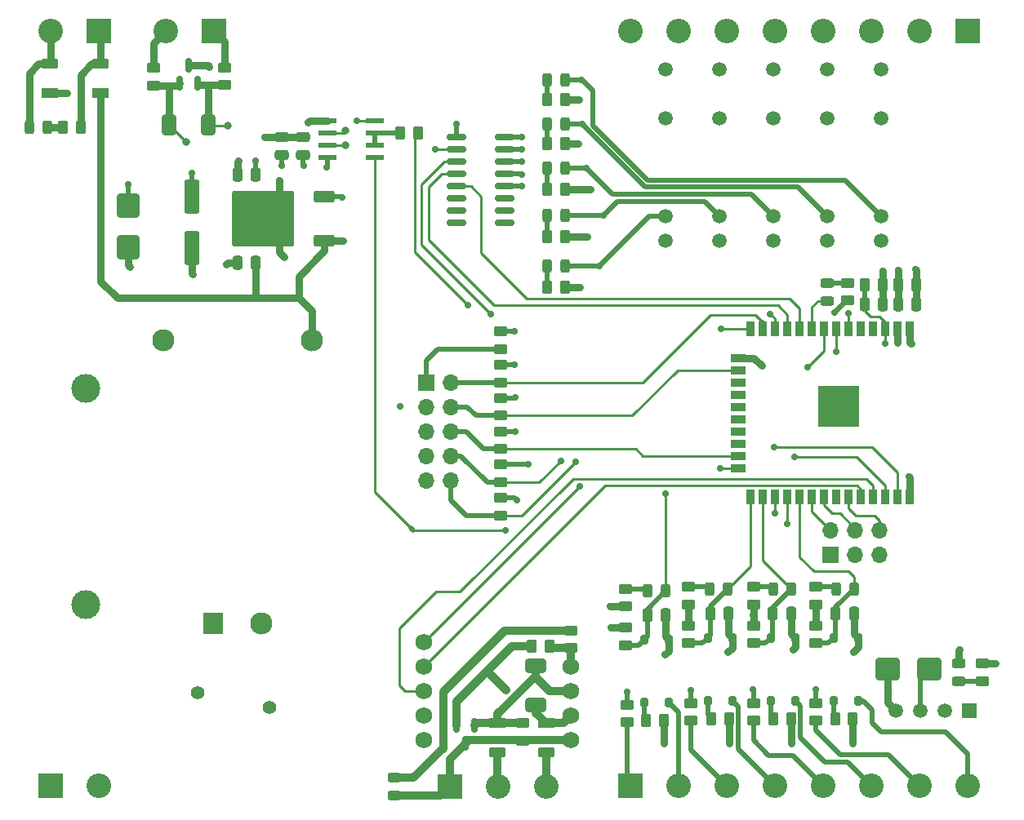
<source format=gbr>
%TF.GenerationSoftware,KiCad,Pcbnew,7.0.5*%
%TF.CreationDate,2023-07-28T21:19:52-04:00*%
%TF.ProjectId,proyecto de cuatrinestre,70726f79-6563-4746-9f20-646520637561,rev?*%
%TF.SameCoordinates,Original*%
%TF.FileFunction,Copper,L1,Top*%
%TF.FilePolarity,Positive*%
%FSLAX46Y46*%
G04 Gerber Fmt 4.6, Leading zero omitted, Abs format (unit mm)*
G04 Created by KiCad (PCBNEW 7.0.5) date 2023-07-28 21:19:52*
%MOMM*%
%LPD*%
G01*
G04 APERTURE LIST*
G04 Aperture macros list*
%AMRoundRect*
0 Rectangle with rounded corners*
0 $1 Rounding radius*
0 $2 $3 $4 $5 $6 $7 $8 $9 X,Y pos of 4 corners*
0 Add a 4 corners polygon primitive as box body*
4,1,4,$2,$3,$4,$5,$6,$7,$8,$9,$2,$3,0*
0 Add four circle primitives for the rounded corners*
1,1,$1+$1,$2,$3*
1,1,$1+$1,$4,$5*
1,1,$1+$1,$6,$7*
1,1,$1+$1,$8,$9*
0 Add four rect primitives between the rounded corners*
20,1,$1+$1,$2,$3,$4,$5,0*
20,1,$1+$1,$4,$5,$6,$7,0*
20,1,$1+$1,$6,$7,$8,$9,0*
20,1,$1+$1,$8,$9,$2,$3,0*%
G04 Aperture macros list end*
%TA.AperFunction,SMDPad,CuDef*%
%ADD10RoundRect,0.150000X-0.150000X0.587500X-0.150000X-0.587500X0.150000X-0.587500X0.150000X0.587500X0*%
%TD*%
%TA.AperFunction,SMDPad,CuDef*%
%ADD11RoundRect,0.150000X0.150000X-0.587500X0.150000X0.587500X-0.150000X0.587500X-0.150000X-0.587500X0*%
%TD*%
%TA.AperFunction,SMDPad,CuDef*%
%ADD12RoundRect,0.150000X-0.825000X-0.150000X0.825000X-0.150000X0.825000X0.150000X-0.825000X0.150000X0*%
%TD*%
%TA.AperFunction,SMDPad,CuDef*%
%ADD13RoundRect,0.243750X0.243750X0.456250X-0.243750X0.456250X-0.243750X-0.456250X0.243750X-0.456250X0*%
%TD*%
%TA.AperFunction,SMDPad,CuDef*%
%ADD14RoundRect,0.250000X0.450000X-0.262500X0.450000X0.262500X-0.450000X0.262500X-0.450000X-0.262500X0*%
%TD*%
%TA.AperFunction,ComponentPad*%
%ADD15R,1.508000X1.508000*%
%TD*%
%TA.AperFunction,ComponentPad*%
%ADD16C,1.508000*%
%TD*%
%TA.AperFunction,SMDPad,CuDef*%
%ADD17RoundRect,0.243750X0.456250X-0.243750X0.456250X0.243750X-0.456250X0.243750X-0.456250X-0.243750X0*%
%TD*%
%TA.AperFunction,ComponentPad*%
%ADD18C,3.000000*%
%TD*%
%TA.AperFunction,SMDPad,CuDef*%
%ADD19RoundRect,0.130800X-0.754200X0.414200X-0.754200X-0.414200X0.754200X-0.414200X0.754200X0.414200X0*%
%TD*%
%TA.AperFunction,SMDPad,CuDef*%
%ADD20RoundRect,0.112800X-0.772200X0.357200X-0.772200X-0.357200X0.772200X-0.357200X0.772200X0.357200X0*%
%TD*%
%TA.AperFunction,SMDPad,CuDef*%
%ADD21R,0.900000X1.500000*%
%TD*%
%TA.AperFunction,SMDPad,CuDef*%
%ADD22R,1.500000X0.900000*%
%TD*%
%TA.AperFunction,SMDPad,CuDef*%
%ADD23R,1.050000X1.050000*%
%TD*%
%TA.AperFunction,HeatsinkPad*%
%ADD24C,0.600000*%
%TD*%
%TA.AperFunction,SMDPad,CuDef*%
%ADD25R,4.200000X4.200000*%
%TD*%
%TA.AperFunction,SMDPad,CuDef*%
%ADD26RoundRect,0.250000X-0.450000X0.262500X-0.450000X-0.262500X0.450000X-0.262500X0.450000X0.262500X0*%
%TD*%
%TA.AperFunction,SMDPad,CuDef*%
%ADD27R,1.981200X0.558800*%
%TD*%
%TA.AperFunction,SMDPad,CuDef*%
%ADD28RoundRect,0.250000X0.262500X0.450000X-0.262500X0.450000X-0.262500X-0.450000X0.262500X-0.450000X0*%
%TD*%
%TA.AperFunction,SMDPad,CuDef*%
%ADD29RoundRect,0.200000X0.200000X-0.300000X0.200000X0.300000X-0.200000X0.300000X-0.200000X-0.300000X0*%
%TD*%
%TA.AperFunction,ComponentPad*%
%ADD30R,2.550000X2.550000*%
%TD*%
%TA.AperFunction,ComponentPad*%
%ADD31C,2.550000*%
%TD*%
%TA.AperFunction,SMDPad,CuDef*%
%ADD32RoundRect,0.250000X-0.250000X-0.475000X0.250000X-0.475000X0.250000X0.475000X-0.250000X0.475000X0*%
%TD*%
%TA.AperFunction,SMDPad,CuDef*%
%ADD33RoundRect,0.380000X-0.720000X0.380000X-0.720000X-0.380000X0.720000X-0.380000X0.720000X0.380000X0*%
%TD*%
%TA.AperFunction,ComponentPad*%
%ADD34R,2.000000X2.300000*%
%TD*%
%TA.AperFunction,ComponentPad*%
%ADD35C,2.300000*%
%TD*%
%TA.AperFunction,SMDPad,CuDef*%
%ADD36RoundRect,0.250000X0.250000X0.475000X-0.250000X0.475000X-0.250000X-0.475000X0.250000X-0.475000X0*%
%TD*%
%TA.AperFunction,ComponentPad*%
%ADD37C,1.500000*%
%TD*%
%TA.AperFunction,ComponentPad*%
%ADD38C,1.750000*%
%TD*%
%TA.AperFunction,ComponentPad*%
%ADD39R,1.700000X1.700000*%
%TD*%
%TA.AperFunction,ComponentPad*%
%ADD40O,1.700000X1.700000*%
%TD*%
%TA.AperFunction,SMDPad,CuDef*%
%ADD41RoundRect,0.250000X-0.262500X-0.450000X0.262500X-0.450000X0.262500X0.450000X-0.262500X0.450000X0*%
%TD*%
%TA.AperFunction,SMDPad,CuDef*%
%ADD42RoundRect,0.250000X0.475000X-0.250000X0.475000X0.250000X-0.475000X0.250000X-0.475000X-0.250000X0*%
%TD*%
%TA.AperFunction,SMDPad,CuDef*%
%ADD43RoundRect,0.130800X0.754200X-0.414200X0.754200X0.414200X-0.754200X0.414200X-0.754200X-0.414200X0*%
%TD*%
%TA.AperFunction,SMDPad,CuDef*%
%ADD44RoundRect,0.112800X0.772200X-0.357200X0.772200X0.357200X-0.772200X0.357200X-0.772200X-0.357200X0*%
%TD*%
%TA.AperFunction,SMDPad,CuDef*%
%ADD45RoundRect,0.250000X0.850000X0.350000X-0.850000X0.350000X-0.850000X-0.350000X0.850000X-0.350000X0*%
%TD*%
%TA.AperFunction,SMDPad,CuDef*%
%ADD46RoundRect,0.250000X1.275000X1.125000X-1.275000X1.125000X-1.275000X-1.125000X1.275000X-1.125000X0*%
%TD*%
%TA.AperFunction,SMDPad,CuDef*%
%ADD47RoundRect,0.249997X2.950003X2.650003X-2.950003X2.650003X-2.950003X-2.650003X2.950003X-2.650003X0*%
%TD*%
%TA.AperFunction,SMDPad,CuDef*%
%ADD48RoundRect,0.243750X-0.456250X0.243750X-0.456250X-0.243750X0.456250X-0.243750X0.456250X0.243750X0*%
%TD*%
%TA.AperFunction,ComponentPad*%
%ADD49C,1.400000*%
%TD*%
%TA.AperFunction,SMDPad,CuDef*%
%ADD50RoundRect,0.250000X-0.550000X1.500000X-0.550000X-1.500000X0.550000X-1.500000X0.550000X1.500000X0*%
%TD*%
%TA.AperFunction,SMDPad,CuDef*%
%ADD51RoundRect,0.250000X-1.000000X-0.900000X1.000000X-0.900000X1.000000X0.900000X-1.000000X0.900000X0*%
%TD*%
%TA.AperFunction,SMDPad,CuDef*%
%ADD52RoundRect,0.380000X-0.380000X-0.720000X0.380000X-0.720000X0.380000X0.720000X-0.380000X0.720000X0*%
%TD*%
%TA.AperFunction,SMDPad,CuDef*%
%ADD53RoundRect,0.243750X-0.243750X-0.456250X0.243750X-0.456250X0.243750X0.456250X-0.243750X0.456250X0*%
%TD*%
%TA.AperFunction,SMDPad,CuDef*%
%ADD54RoundRect,0.250000X-0.900000X1.000000X-0.900000X-1.000000X0.900000X-1.000000X0.900000X1.000000X0*%
%TD*%
%TA.AperFunction,ViaPad*%
%ADD55C,0.700000*%
%TD*%
%TA.AperFunction,ViaPad*%
%ADD56C,0.800000*%
%TD*%
%TA.AperFunction,Conductor*%
%ADD57C,0.800000*%
%TD*%
%TA.AperFunction,Conductor*%
%ADD58C,0.500000*%
%TD*%
%TA.AperFunction,Conductor*%
%ADD59C,0.250000*%
%TD*%
%TA.AperFunction,Conductor*%
%ADD60C,0.850000*%
%TD*%
G04 APERTURE END LIST*
D10*
%TO.P,D11,1,A1*%
%TO.N,Net-(D11-A1)*%
X209000000Y-182125000D03*
%TO.P,D11,2,A2*%
%TO.N,Net-(D11-A2)*%
X207100000Y-182125000D03*
%TO.P,D11,3,common*%
%TO.N,/ROOMLINK/RGND*%
X208050000Y-184000000D03*
%TD*%
D11*
%TO.P,D13,1,A1*%
%TO.N,Net-(D13-A1)*%
X178425000Y-115472500D03*
%TO.P,D13,2,A2*%
%TO.N,Net-(D13-A2)*%
X180325000Y-115472500D03*
%TO.P,D13,3,common*%
%TO.N,GND*%
X179375000Y-113597500D03*
%TD*%
D12*
%TO.P,U6,1,I1*%
%TO.N,/ROOMLINK/CONTROL/RLY_OUT1_MICRO*%
X207162000Y-121085000D03*
%TO.P,U6,2,I2*%
%TO.N,/ROOMLINK/CONTROL/RLY_OUT2_MICRO*%
X207162000Y-122355000D03*
%TO.P,U6,3,I3*%
%TO.N,/ROOMLINK/CONTROL/RLY_FAN3_MICRO*%
X207162000Y-123625000D03*
%TO.P,U6,4,I4*%
%TO.N,/ROOMLINK/CONTROL/RLY_FAN2_MICRO*%
X207162000Y-124895000D03*
%TO.P,U6,5,I5*%
%TO.N,/ROOMLINK/CONTROL/RLY_FAN1_MICRO*%
X207162000Y-126165000D03*
%TO.P,U6,6,I6*%
%TO.N,unconnected-(U6-I6-Pad6)*%
X207162000Y-127435000D03*
%TO.P,U6,7,I7*%
%TO.N,unconnected-(U6-I7-Pad7)*%
X207162000Y-128705000D03*
%TO.P,U6,8,GND*%
%TO.N,unconnected-(U6-GND-Pad8)*%
X207162000Y-129975000D03*
%TO.P,U6,9,COM*%
%TO.N,unconnected-(U6-COM-Pad9)*%
X212112000Y-129975000D03*
%TO.P,U6,10,O7*%
%TO.N,unconnected-(U6-O7-Pad10)*%
X212112000Y-128705000D03*
%TO.P,U6,11,O6*%
%TO.N,unconnected-(U6-O6-Pad11)*%
X212112000Y-127435000D03*
%TO.P,U6,12,O5*%
%TO.N,Net-(D9-K)*%
X212112000Y-126165000D03*
%TO.P,U6,13,O4*%
%TO.N,Net-(D8-K)*%
X212112000Y-124895000D03*
%TO.P,U6,14,O3*%
%TO.N,Net-(D7-K)*%
X212112000Y-123625000D03*
%TO.P,U6,15,O2*%
%TO.N,Net-(D6-K)*%
X212112000Y-122355000D03*
%TO.P,U6,16,O1*%
%TO.N,Net-(D5-K)*%
X212112000Y-121085000D03*
%TD*%
D13*
%TO.P,D8,1,K*%
%TO.N,Net-(D8-K)*%
X218405000Y-129204000D03*
%TO.P,D8,2,A*%
%TO.N,Net-(D8-A)*%
X216530000Y-129204000D03*
%TD*%
D14*
%TO.P,R32,1*%
%TO.N,nRESET*%
X211734400Y-160321000D03*
%TO.P,R32,2*%
%TO.N,VDD*%
X211734400Y-158496000D03*
%TD*%
D15*
%TO.P,U16,1,IN-*%
%TO.N,GND*%
X260302500Y-180600000D03*
D16*
%TO.P,U16,2,IN+*%
%TO.N,VDD*%
X257762500Y-180600000D03*
%TO.P,U16,3,OUT-*%
%TO.N,GNDA*%
X255222500Y-180600000D03*
%TO.P,U16,4,OUT+*%
%TO.N,+3V3*%
X252682500Y-180600000D03*
%TD*%
D17*
%TO.P,D12,1,K*%
%TO.N,Net-(D12-K)*%
X245550000Y-138073600D03*
%TO.P,D12,2,A*%
%TO.N,Net-(D12-A)*%
X245550000Y-136198600D03*
%TD*%
D18*
%TO.P,F3,1*%
%TO.N,Net-(PS1-AC{slash}N)*%
X168710000Y-147100000D03*
%TO.P,F3,2*%
%TO.N,/ROOMLINK/CON-L1*%
X168710000Y-169600000D03*
%TD*%
D19*
%TO.P,F2,1*%
%TO.N,Net-(D11-A2)*%
X216400000Y-181885000D03*
D20*
%TO.P,F2,2*%
%TO.N,/ROOMLINK/CON-A-*%
X216400000Y-184890000D03*
%TD*%
D21*
%TO.P,U17,1,GND*%
%TO.N,GND*%
X254130000Y-140920000D03*
%TO.P,U17,2,VDD*%
%TO.N,VDD*%
X252860000Y-140920000D03*
%TO.P,U17,3,EN*%
%TO.N,nRESET*%
X251590000Y-140920000D03*
%TO.P,U17,4,SENSOR_VP*%
%TO.N,unconnected-(U17-SENSOR_VP-Pad4)*%
X250320000Y-140920000D03*
%TO.P,U17,5,SENSOR_VN*%
%TO.N,unconnected-(U17-SENSOR_VN-Pad5)*%
X249050000Y-140920000D03*
%TO.P,U17,6,IO34*%
%TO.N,/ROOMLINK/CONTROL/COM_RS485_LCD*%
X247780000Y-140920000D03*
%TO.P,U17,7,IO35*%
%TO.N,/ROOMLINK/CONTROL/CON_RS485_eXT*%
X246510000Y-140920000D03*
%TO.P,U17,8,IO32*%
%TO.N,Net-(J7-Pin_3)*%
X245240000Y-140920000D03*
%TO.P,U17,9,IO33*%
%TO.N,Net-(D12-K)*%
X243970000Y-140920000D03*
%TO.P,U17,10,IO25*%
%TO.N,/ROOMLINK/CONTROL/RLY_FAN1_MICRO*%
X242700000Y-140920000D03*
%TO.P,U17,11,IO26*%
%TO.N,/ROOMLINK/CONTROL/RLY_FAN2_MICRO*%
X241430000Y-140920000D03*
%TO.P,U17,12,IO27*%
%TO.N,/ROOMLINK/CONTROL/RLY_FAN3_MICRO*%
X240160000Y-140920000D03*
%TO.P,U17,13,IO14*%
%TO.N,TMS*%
X238890000Y-140920000D03*
%TO.P,U17,14,IO12*%
%TO.N,TDI*%
X237620000Y-140920000D03*
D22*
%TO.P,U17,15,GND*%
%TO.N,GND*%
X236370000Y-143960000D03*
%TO.P,U17,16,IO13*%
%TO.N,TCK*%
X236370000Y-145230000D03*
%TO.P,U17,17,SHD/SD2*%
%TO.N,unconnected-(U17-SHD{slash}SD2-Pad17)*%
X236370000Y-146500000D03*
%TO.P,U17,18,SWP/SD3*%
%TO.N,unconnected-(U17-SWP{slash}SD3-Pad18)*%
X236370000Y-147770000D03*
%TO.P,U17,19,SCS/CMD*%
%TO.N,unconnected-(U17-SCS{slash}CMD-Pad19)*%
X236370000Y-149040000D03*
%TO.P,U17,20,SCK/CLK*%
%TO.N,unconnected-(U17-SCK{slash}CLK-Pad20)*%
X236370000Y-150310000D03*
%TO.P,U17,21,SDO/SD0*%
%TO.N,unconnected-(U17-SDO{slash}SD0-Pad21)*%
X236370000Y-151580000D03*
%TO.P,U17,22,SDI/SD1*%
%TO.N,unconnected-(U17-SDI{slash}SD1-Pad22)*%
X236370000Y-152850000D03*
%TO.P,U17,23,IO15*%
%TO.N,TDO*%
X236370000Y-154120000D03*
%TO.P,U17,24,IO2*%
%TO.N,/ROOMLINK/CONTROL/INPUT_4_MICRO*%
X236370000Y-155390000D03*
D21*
%TO.P,U17,25,IO0*%
%TO.N,/ROOMLINK/CONTROL/INPUT_3_MICRO*%
X237620000Y-158420000D03*
%TO.P,U17,26,IO4*%
%TO.N,/ROOMLINK/CONTROL/INPUT_2_MICRO*%
X238890000Y-158420000D03*
%TO.P,U17,27,IO16*%
%TO.N,/ROOMLINK/CONTROL/Rx_RS485_lcd*%
X240160000Y-158420000D03*
%TO.P,U17,28,IO17*%
%TO.N,/ROOMLINK/CONTROL/Tx_RS485_LCD*%
X241430000Y-158420000D03*
%TO.P,U17,29,IO5*%
%TO.N,/ROOMLINK/CONTROL/INPUT_1_MICRO*%
X242700000Y-158420000D03*
%TO.P,U17,30,IO18*%
%TO.N,Net-(J7-Pin_2)*%
X243970000Y-158420000D03*
%TO.P,U17,31,IO19*%
%TO.N,Net-(J7-Pin_4)*%
X245240000Y-158420000D03*
%TO.P,U17,32,NC*%
%TO.N,unconnected-(U17-NC-Pad32)*%
X246510000Y-158420000D03*
%TO.P,U17,33,IO21*%
%TO.N,Net-(J7-Pin_6)*%
X247780000Y-158420000D03*
%TO.P,U17,34,RXD0/IO3*%
%TO.N,/ROOMLINK/CONTROL/Rx_RS485_eXT*%
X249050000Y-158420000D03*
%TO.P,U17,35,TXD0/IO1*%
%TO.N,/ROOMLINK/CONTROL/Tx_RS485_eXT*%
X250320000Y-158420000D03*
%TO.P,U17,36,IO22*%
%TO.N,/ROOMLINK/CONTROL/RLY_OUT1_MICRO*%
X251590000Y-158420000D03*
%TO.P,U17,37,IO23*%
%TO.N,/ROOMLINK/CONTROL/RLY_OUT2_MICRO*%
X252860000Y-158420000D03*
%TO.P,U17,38,GND*%
%TO.N,GND*%
X254130000Y-158420000D03*
D23*
%TO.P,U17,39,GND*%
X248315000Y-147465000D03*
D24*
X247552500Y-147465000D03*
D23*
X246790000Y-147465000D03*
D24*
X246027500Y-147465000D03*
D23*
X245265000Y-147465000D03*
D24*
X248315000Y-148227500D03*
X246790000Y-148227500D03*
X245265000Y-148227500D03*
D23*
X248315000Y-148990000D03*
D24*
X247552500Y-148990000D03*
D23*
X246790000Y-148990000D03*
D25*
X246790000Y-148990000D03*
D24*
X246027500Y-148990000D03*
D23*
X245265000Y-148990000D03*
D24*
X248315000Y-149752500D03*
X246790000Y-149752500D03*
X245265000Y-149752500D03*
D23*
X248315000Y-150515000D03*
D24*
X247552500Y-150515000D03*
D23*
X246790000Y-150515000D03*
D24*
X246027500Y-150515000D03*
D23*
X245265000Y-150515000D03*
%TD*%
D26*
%TO.P,R47,1*%
%TO.N,VDD*%
X261680000Y-175662500D03*
%TO.P,R47,2*%
%TO.N,Net-(D16-A)*%
X261680000Y-177487500D03*
%TD*%
%TO.P,R39,1*%
%TO.N,Net-(D12-A)*%
X247650000Y-136198600D03*
%TO.P,R39,2*%
%TO.N,VDD*%
X247650000Y-138023600D03*
%TD*%
D14*
%TO.P,R44,1*%
%TO.N,Net-(D13-A1)*%
X175750000Y-115687500D03*
%TO.P,R44,2*%
%TO.N,/ROOMLINK/CON-LCDB+*%
X175750000Y-113862500D03*
%TD*%
D27*
%TO.P,U13,1,RO*%
%TO.N,/ROOMLINK/CONTROL/Tx_RS485_LCD*%
X198636200Y-123190000D03*
%TO.P,U13,2,~RE*%
%TO.N,Net-(U13-DE)*%
X198636200Y-121920000D03*
%TO.P,U13,3,DE*%
X198636200Y-120650000D03*
%TO.P,U13,4,DI*%
%TO.N,/ROOMLINK/CONTROL/Rx_RS485_lcd*%
X198636200Y-119380000D03*
%TO.P,U13,5,GND*%
%TO.N,GND*%
X193708600Y-119380000D03*
%TO.P,U13,6,A*%
%TO.N,Net-(D13-A2)*%
X193708600Y-120650000D03*
%TO.P,U13,7,B*%
%TO.N,Net-(D13-A1)*%
X193708600Y-121920000D03*
%TO.P,U13,8,VCC*%
%TO.N,VDD*%
X193708600Y-123190000D03*
%TD*%
D26*
%TO.P,R12,1*%
%TO.N,GNDA*%
X231400000Y-179775000D03*
%TO.P,R12,2*%
%TO.N,/ROOMLINK/CON-IN3-*%
X231400000Y-181600000D03*
%TD*%
D13*
%TO.P,D6,1,K*%
%TO.N,Net-(D6-K)*%
X218405000Y-119720000D03*
%TO.P,D6,2,A*%
%TO.N,Net-(D6-A)*%
X216530000Y-119720000D03*
%TD*%
D28*
%TO.P,R3,1*%
%TO.N,+3V3*%
X241825000Y-181417500D03*
%TO.P,R3,2*%
%TO.N,Net-(R3-Pad2)*%
X240000000Y-181417500D03*
%TD*%
D14*
%TO.P,R23,1*%
%TO.N,/ROOMLINK/RGND*%
X214000000Y-183700000D03*
%TO.P,R23,2*%
%TO.N,Net-(D11-A1)*%
X214000000Y-181875000D03*
%TD*%
D26*
%TO.P,R2,1*%
%TO.N,GNDA*%
X244400000Y-179775000D03*
%TO.P,R2,2*%
%TO.N,/ROOMLINK/CON-IN1-*%
X244400000Y-181600000D03*
%TD*%
D29*
%TO.P,U3,1*%
%TO.N,Net-(R3-Pad2)*%
X239712500Y-179532500D03*
%TO.P,U3,2*%
%TO.N,/ROOMLINK/CON-IN2+*%
X242252500Y-179532500D03*
%TO.P,U3,3*%
%TO.N,GND*%
X242252500Y-173032500D03*
%TO.P,U3,4*%
%TO.N,/ROOMLINK/CONTROL/INPUT_2_MICRO*%
X239712500Y-173032500D03*
%TD*%
D14*
%TO.P,R7,1*%
%TO.N,VDD*%
X244400000Y-169550000D03*
%TO.P,R7,2*%
%TO.N,Net-(D1-A)*%
X244400000Y-167725000D03*
%TD*%
D30*
%TO.P,J4,1,Pin_1*%
%TO.N,/ROOMLINK/RGND*%
X206408000Y-188468000D03*
D31*
%TO.P,J4,2,Pin_2*%
%TO.N,/ROOMLINK/CON-B+*%
X211408000Y-188468000D03*
%TO.P,J4,3,Pin_3*%
%TO.N,/ROOMLINK/CON-A-*%
X216408000Y-188468000D03*
%TD*%
D32*
%TO.P,C1,1*%
%TO.N,/ROOMLINK/CONTROL/INPUT_1_MICRO*%
X246450000Y-170492500D03*
%TO.P,C1,2*%
%TO.N,GND*%
X248350000Y-170492500D03*
%TD*%
%TO.P,C12,1*%
%TO.N,VDD*%
X252930000Y-138400000D03*
%TO.P,C12,2*%
%TO.N,GND*%
X254830000Y-138400000D03*
%TD*%
D14*
%TO.P,R30,1*%
%TO.N,TDO*%
X211734400Y-153412200D03*
%TO.P,R30,2*%
%TO.N,VDD*%
X211734400Y-151587200D03*
%TD*%
D28*
%TO.P,R45,1*%
%TO.N,/ROOMLINK/CON-DC+*%
X168162500Y-120000000D03*
%TO.P,R45,2*%
%TO.N,Net-(D14-A)*%
X166337500Y-120000000D03*
%TD*%
D33*
%TO.P,U12,1*%
%TO.N,Net-(D11-A1)*%
X215350000Y-175880000D03*
%TO.P,U12,2*%
%TO.N,Net-(D11-A2)*%
X215350000Y-179950000D03*
%TD*%
D34*
%TO.P,PS1,1,AC/L*%
%TO.N,/ROOMLINK/CON-NEUT*%
X181900000Y-171550000D03*
D35*
%TO.P,PS1,2,AC/N*%
%TO.N,Net-(PS1-AC{slash}N)*%
X186900000Y-171550000D03*
%TO.P,PS1,3,-Vout*%
%TO.N,GND*%
X176700000Y-142150000D03*
%TO.P,PS1,4,+Vout*%
%TO.N,+12V*%
X192100000Y-142150000D03*
%TD*%
D29*
%TO.P,U2,1*%
%TO.N,Net-(R1-Pad2)*%
X246200000Y-179532500D03*
%TO.P,U2,2*%
%TO.N,/ROOMLINK/CON-IN1+*%
X248740000Y-179532500D03*
%TO.P,U2,3*%
%TO.N,GND*%
X248740000Y-173032500D03*
%TO.P,U2,4*%
%TO.N,/ROOMLINK/CONTROL/INPUT_1_MICRO*%
X246200000Y-173032500D03*
%TD*%
D30*
%TO.P,J1,1,Pin_1*%
%TO.N,/ROOMLINK/CON-L1*%
X165040000Y-188380000D03*
D31*
%TO.P,J1,2,Pin_2*%
%TO.N,/ROOMLINK/CON-NEUT*%
X170040000Y-188380000D03*
%TD*%
D36*
%TO.P,C9,1*%
%TO.N,+12V*%
X186295000Y-134099000D03*
%TO.P,C9,2*%
%TO.N,GND*%
X184395000Y-134099000D03*
%TD*%
D37*
%TO.P,U8,1*%
%TO.N,+12V*%
X251180000Y-131810000D03*
%TO.P,U8,2*%
%TO.N,Net-(D5-K)*%
X251180000Y-129270000D03*
%TO.P,U8,3*%
%TO.N,/ROOMLINK/CON-OUT2A*%
X251180000Y-119110000D03*
%TO.P,U8,4*%
%TO.N,/ROOMLINK/CON-OUT2B*%
X251180000Y-114030000D03*
%TD*%
D14*
%TO.P,R29,1*%
%TO.N,TCK*%
X211734400Y-149957800D03*
%TO.P,R29,2*%
%TO.N,VDD*%
X211734400Y-148132800D03*
%TD*%
D30*
%TO.P,J2,1,Pin_1*%
%TO.N,/ROOMLINK/CON-DC+*%
X170030000Y-110087500D03*
D31*
%TO.P,J2,2,Pin_2*%
%TO.N,/ROOMLINK/CON-DC-*%
X165030000Y-110087500D03*
%TD*%
D14*
%TO.P,R28,1*%
%TO.N,TMS*%
X211734400Y-146503400D03*
%TO.P,R28,2*%
%TO.N,VDD*%
X211734400Y-144678400D03*
%TD*%
D32*
%TO.P,C13,1*%
%TO.N,VDD*%
X252930000Y-136370000D03*
%TO.P,C13,2*%
%TO.N,GND*%
X254830000Y-136370000D03*
%TD*%
D38*
%TO.P,U1,1,Vcc*%
%TO.N,VDD*%
X203747000Y-183618000D03*
%TO.P,U1,2,GND*%
%TO.N,GND*%
X203747000Y-181078000D03*
%TO.P,U1,3,TXD*%
%TO.N,/ROOMLINK/CONTROL/Tx_RS485_eXT*%
X203747000Y-178538000D03*
%TO.P,U1,4,RXD*%
%TO.N,/ROOMLINK/CONTROL/Rx_RS485_eXT*%
X203747000Y-175998000D03*
%TO.P,U1,5,CON*%
%TO.N,/ROOMLINK/CONTROL/CON_RS485_eXT*%
X203747000Y-173458000D03*
%TO.P,U1,7,Vo*%
%TO.N,Net-(U1-Vo)*%
X218987000Y-175998000D03*
%TO.P,U1,8,B*%
%TO.N,Net-(D11-A1)*%
X218987000Y-178538000D03*
%TO.P,U1,9,A*%
%TO.N,Net-(D11-A2)*%
X218987000Y-181078000D03*
%TO.P,U1,10,RGND*%
%TO.N,/ROOMLINK/RGND*%
X218987000Y-183618000D03*
%TD*%
D37*
%TO.P,U11,1*%
%TO.N,+12V*%
X239970000Y-131810000D03*
%TO.P,U11,2*%
%TO.N,Net-(D7-K)*%
X239970000Y-129270000D03*
%TO.P,U11,3*%
%TO.N,/ROOMLINK/CON-FAN-C*%
X239970000Y-119110000D03*
%TO.P,U11,4*%
%TO.N,/ROOMLINK/CON-FAN3*%
X239970000Y-114030000D03*
%TD*%
D29*
%TO.P,U4,1*%
%TO.N,Net-(R9-Pad2)*%
X226592500Y-179732500D03*
%TO.P,U4,2*%
%TO.N,/ROOMLINK/CON-IN4+*%
X229132500Y-179732500D03*
%TO.P,U4,3*%
%TO.N,GND*%
X229132500Y-173232500D03*
%TO.P,U4,4*%
%TO.N,/ROOMLINK/CONTROL/INPUT_4_MICRO*%
X226592500Y-173232500D03*
%TD*%
D13*
%TO.P,D3,1,K*%
%TO.N,/ROOMLINK/CONTROL/INPUT_4_MICRO*%
X228800000Y-168152500D03*
%TO.P,D3,2,A*%
%TO.N,Net-(D3-A)*%
X226925000Y-168152500D03*
%TD*%
D32*
%TO.P,C2,1*%
%TO.N,/ROOMLINK/CONTROL/INPUT_2_MICRO*%
X239912500Y-170492500D03*
%TO.P,C2,2*%
%TO.N,GND*%
X241812500Y-170492500D03*
%TD*%
D39*
%TO.P,J8,1,VTRef*%
%TO.N,Net-(J8-VTRef)*%
X203962000Y-146507200D03*
D40*
%TO.P,J8,2,TMS*%
%TO.N,TMS*%
X206502000Y-146507200D03*
%TO.P,J8,3,GND*%
%TO.N,GND*%
X203962000Y-149047200D03*
%TO.P,J8,4,TCK*%
%TO.N,TCK*%
X206502000Y-149047200D03*
%TO.P,J8,5*%
%TO.N,unconnected-(J8-Pad5)*%
X203962000Y-151587200D03*
%TO.P,J8,6,TDO*%
%TO.N,TDO*%
X206502000Y-151587200D03*
%TO.P,J8,7*%
%TO.N,unconnected-(J8-Pad7)*%
X203962000Y-154127200D03*
%TO.P,J8,8,TDI*%
%TO.N,TDI*%
X206502000Y-154127200D03*
%TO.P,J8,9,GNDDetect*%
%TO.N,GND*%
X203962000Y-156667200D03*
%TO.P,J8,10,nRESET*%
%TO.N,nRESET*%
X206502000Y-156667200D03*
%TD*%
D36*
%TO.P,C10,1*%
%TO.N,VDD*%
X186295000Y-124969000D03*
%TO.P,C10,2*%
%TO.N,GND*%
X184395000Y-124969000D03*
%TD*%
D41*
%TO.P,R33,1*%
%TO.N,nRESET*%
X249495000Y-136410000D03*
%TO.P,R33,2*%
%TO.N,VDD*%
X251320000Y-136410000D03*
%TD*%
%TO.P,R17,1*%
%TO.N,Net-(D5-A)*%
X216555000Y-117180000D03*
%TO.P,R17,2*%
%TO.N,+12V*%
X218380000Y-117180000D03*
%TD*%
D17*
%TO.P,D10,1,K*%
%TO.N,/ROOMLINK/RGND*%
X200660000Y-189405500D03*
%TO.P,D10,2,A*%
%TO.N,Net-(D10-A)*%
X200660000Y-187530500D03*
%TD*%
D37*
%TO.P,U7,1*%
%TO.N,+12V*%
X245575000Y-131810000D03*
%TO.P,U7,2*%
%TO.N,Net-(D6-K)*%
X245575000Y-129270000D03*
%TO.P,U7,3*%
%TO.N,/ROOMLINK/CON-OUT1A*%
X245575000Y-119110000D03*
%TO.P,U7,4*%
%TO.N,/ROOMLINK/CON-OUT1B*%
X245575000Y-114030000D03*
%TD*%
D14*
%TO.P,R43,1*%
%TO.N,Net-(D13-A2)*%
X183050000Y-115662500D03*
%TO.P,R43,2*%
%TO.N,/ROOMLINK/CON-LCDA-*%
X183050000Y-113837500D03*
%TD*%
D30*
%TO.P,J5,1,Pin_1*%
%TO.N,/ROOMLINK/CON-OUT2A*%
X260150000Y-110087500D03*
D31*
%TO.P,J5,2,Pin_2*%
%TO.N,/ROOMLINK/CON-OUT2B*%
X255150000Y-110087500D03*
%TO.P,J5,3,Pin_3*%
%TO.N,/ROOMLINK/CON-OUT1A*%
X250150000Y-110087500D03*
%TO.P,J5,4,Pin_4*%
%TO.N,/ROOMLINK/CON-OUT1B*%
X245150000Y-110087500D03*
%TO.P,J5,5,Pin_5*%
%TO.N,/ROOMLINK/CON-FAN3*%
X240150000Y-110087500D03*
%TO.P,J5,6,Pin_6*%
%TO.N,/ROOMLINK/CON-FAN2*%
X235150000Y-110087500D03*
%TO.P,J5,7,Pin_7*%
%TO.N,/ROOMLINK/CON-FAN1*%
X230150000Y-110087500D03*
%TO.P,J5,8,Pin_8*%
%TO.N,/ROOMLINK/CON-FAN-C*%
X225150000Y-110087500D03*
%TD*%
D28*
%TO.P,R1,1*%
%TO.N,+3V3*%
X248200000Y-181417500D03*
%TO.P,R1,2*%
%TO.N,Net-(R1-Pad2)*%
X246375000Y-181417500D03*
%TD*%
D14*
%TO.P,R16,1*%
%TO.N,VDD*%
X231200000Y-169550000D03*
%TO.P,R16,2*%
%TO.N,Net-(D4-A)*%
X231200000Y-167725000D03*
%TD*%
D41*
%TO.P,R20,1*%
%TO.N,Net-(D8-A)*%
X216555000Y-131404000D03*
%TO.P,R20,2*%
%TO.N,+12V*%
X218380000Y-131404000D03*
%TD*%
D42*
%TO.P,C7,1*%
%TO.N,VDD*%
X189014400Y-122926000D03*
%TO.P,C7,2*%
%TO.N,GND*%
X189014400Y-121026000D03*
%TD*%
D13*
%TO.P,D4,1,K*%
%TO.N,/ROOMLINK/CONTROL/INPUT_3_MICRO*%
X235275000Y-167952500D03*
%TO.P,D4,2,A*%
%TO.N,Net-(D4-A)*%
X233400000Y-167952500D03*
%TD*%
D26*
%TO.P,R6,1*%
%TO.N,VDD*%
X237912500Y-171762500D03*
%TO.P,R6,2*%
%TO.N,/ROOMLINK/CONTROL/INPUT_2_MICRO*%
X237912500Y-173587500D03*
%TD*%
D37*
%TO.P,U9,1*%
%TO.N,+12V*%
X228760000Y-131810000D03*
%TO.P,U9,2*%
%TO.N,Net-(D9-K)*%
X228760000Y-129270000D03*
%TO.P,U9,3*%
%TO.N,/ROOMLINK/CON-FAN-C*%
X228760000Y-119110000D03*
%TO.P,U9,4*%
%TO.N,/ROOMLINK/CON-FAN1*%
X228760000Y-114030000D03*
%TD*%
D29*
%TO.P,U5,1*%
%TO.N,Net-(R11-Pad2)*%
X233187500Y-179532500D03*
%TO.P,U5,2*%
%TO.N,/ROOMLINK/CON-IN3+*%
X235727500Y-179532500D03*
%TO.P,U5,3*%
%TO.N,GND*%
X235727500Y-173032500D03*
%TO.P,U5,4*%
%TO.N,/ROOMLINK/CONTROL/INPUT_3_MICRO*%
X233187500Y-173032500D03*
%TD*%
D28*
%TO.P,R11,1*%
%TO.N,+3V3*%
X235400000Y-181417500D03*
%TO.P,R11,2*%
%TO.N,Net-(R11-Pad2)*%
X233575000Y-181417500D03*
%TD*%
D43*
%TO.P,F5,1*%
%TO.N,GND*%
X165000000Y-116465000D03*
D44*
%TO.P,F5,2*%
%TO.N,/ROOMLINK/CON-DC-*%
X165000000Y-113460000D03*
%TD*%
D13*
%TO.P,D1,1,K*%
%TO.N,/ROOMLINK/CONTROL/INPUT_1_MICRO*%
X248337500Y-167952500D03*
%TO.P,D1,2,A*%
%TO.N,Net-(D1-A)*%
X246462500Y-167952500D03*
%TD*%
D39*
%TO.P,J7,1,Pin_1*%
%TO.N,VDD*%
X245922800Y-164388800D03*
D40*
%TO.P,J7,2,Pin_2*%
%TO.N,Net-(J7-Pin_2)*%
X245922800Y-161848800D03*
%TO.P,J7,3,Pin_3*%
%TO.N,Net-(J7-Pin_3)*%
X248462800Y-164388800D03*
%TO.P,J7,4,Pin_4*%
%TO.N,Net-(J7-Pin_4)*%
X248462800Y-161848800D03*
%TO.P,J7,5,Pin_5*%
%TO.N,GND*%
X251002800Y-164388800D03*
%TO.P,J7,6,Pin_6*%
%TO.N,Net-(J7-Pin_6)*%
X251002800Y-161848800D03*
%TD*%
D28*
%TO.P,R22,1*%
%TO.N,Net-(U1-Vo)*%
X216762500Y-173865000D03*
%TO.P,R22,2*%
%TO.N,Net-(D11-A2)*%
X214937500Y-173865000D03*
%TD*%
D45*
%TO.P,U15,3,Vout*%
%TO.N,VDD*%
X193395000Y-127259000D03*
D46*
%TO.P,U15,2,GND*%
%TO.N,GND*%
X185420000Y-128014000D03*
X185420000Y-131064000D03*
D47*
X187095000Y-129539000D03*
D46*
X188770000Y-128014000D03*
X188770000Y-131064000D03*
D45*
%TO.P,U15,1,Vin*%
%TO.N,+12V*%
X193395000Y-131819000D03*
%TD*%
D48*
%TO.P,D16,1,K*%
%TO.N,GND*%
X259175000Y-175637500D03*
%TO.P,D16,2,A*%
%TO.N,Net-(D16-A)*%
X259175000Y-177512500D03*
%TD*%
D14*
%TO.P,R8,1*%
%TO.N,VDD*%
X237912500Y-169550000D03*
%TO.P,R8,2*%
%TO.N,Net-(D2-A)*%
X237912500Y-167725000D03*
%TD*%
D30*
%TO.P,J6,1,Pin_1*%
%TO.N,/ROOMLINK/CON-IN4-*%
X225150000Y-188380000D03*
D31*
%TO.P,J6,2,Pin_2*%
%TO.N,/ROOMLINK/CON-IN4+*%
X230150000Y-188380000D03*
%TO.P,J6,3,Pin_3*%
%TO.N,/ROOMLINK/CON-IN3-*%
X235150000Y-188380000D03*
%TO.P,J6,4,Pin_4*%
%TO.N,/ROOMLINK/CON-IN3+*%
X240150000Y-188380000D03*
%TO.P,J6,5,Pin_5*%
%TO.N,/ROOMLINK/CON-IN2-*%
X245150000Y-188380000D03*
%TO.P,J6,6,Pin_6*%
%TO.N,/ROOMLINK/CON-IN2+*%
X250150000Y-188380000D03*
%TO.P,J6,7,Pin_7*%
%TO.N,/ROOMLINK/CON-IN1-*%
X255150000Y-188380000D03*
%TO.P,J6,8,Pin_8*%
%TO.N,/ROOMLINK/CON-IN1+*%
X260150000Y-188380000D03*
%TD*%
D41*
%TO.P,R21,1*%
%TO.N,Net-(D9-A)*%
X216555000Y-136652000D03*
%TO.P,R21,2*%
%TO.N,+12V*%
X218380000Y-136652000D03*
%TD*%
%TO.P,R19,1*%
%TO.N,Net-(D7-A)*%
X216555000Y-126492000D03*
%TO.P,R19,2*%
%TO.N,+12V*%
X218380000Y-126492000D03*
%TD*%
D14*
%TO.P,R27,1*%
%TO.N,Net-(J8-VTRef)*%
X211734400Y-143049000D03*
%TO.P,R27,2*%
%TO.N,VDD*%
X211734400Y-141224000D03*
%TD*%
D49*
%TO.P,RV1,1*%
%TO.N,/ROOMLINK/CON-NEUT*%
X180250000Y-178700000D03*
%TO.P,RV1,2*%
%TO.N,Net-(PS1-AC{slash}N)*%
X187750000Y-180200000D03*
%TD*%
D42*
%TO.P,C8,1*%
%TO.N,VDD*%
X191244400Y-122936000D03*
%TO.P,C8,2*%
%TO.N,GND*%
X191244400Y-121036000D03*
%TD*%
D26*
%TO.P,R5,1*%
%TO.N,VDD*%
X244400000Y-171762500D03*
%TO.P,R5,2*%
%TO.N,/ROOMLINK/CONTROL/INPUT_1_MICRO*%
X244400000Y-173587500D03*
%TD*%
D43*
%TO.P,F4,1*%
%TO.N,+12V*%
X170250000Y-116465000D03*
D44*
%TO.P,F4,2*%
%TO.N,/ROOMLINK/CON-DC+*%
X170250000Y-113460000D03*
%TD*%
D30*
%TO.P,J3,1,Pin_1*%
%TO.N,/ROOMLINK/CON-LCDA-*%
X182000000Y-110087500D03*
D31*
%TO.P,J3,2,Pin_2*%
%TO.N,/ROOMLINK/CON-LCDB+*%
X177000000Y-110087500D03*
%TD*%
D28*
%TO.P,R9,1*%
%TO.N,+3V3*%
X228600000Y-181617500D03*
%TO.P,R9,2*%
%TO.N,Net-(R9-Pad2)*%
X226775000Y-181617500D03*
%TD*%
D50*
%TO.P,C11,1*%
%TO.N,VDD*%
X179695000Y-127199000D03*
%TO.P,C11,2*%
%TO.N,GND*%
X179695000Y-132599000D03*
%TD*%
D26*
%TO.P,R4,1*%
%TO.N,GNDA*%
X237912500Y-179775000D03*
%TO.P,R4,2*%
%TO.N,/ROOMLINK/CON-IN2-*%
X237912500Y-181600000D03*
%TD*%
%TO.P,R14,1*%
%TO.N,VDD*%
X231200000Y-171762500D03*
%TO.P,R14,2*%
%TO.N,/ROOMLINK/CONTROL/INPUT_3_MICRO*%
X231200000Y-173587500D03*
%TD*%
%TO.P,R10,1*%
%TO.N,GNDA*%
X224787500Y-179975000D03*
%TO.P,R10,2*%
%TO.N,/ROOMLINK/CON-IN4-*%
X224787500Y-181800000D03*
%TD*%
D32*
%TO.P,C4,1*%
%TO.N,/ROOMLINK/CONTROL/INPUT_3_MICRO*%
X233450000Y-170492500D03*
%TO.P,C4,2*%
%TO.N,GND*%
X235350000Y-170492500D03*
%TD*%
D41*
%TO.P,R18,1*%
%TO.N,Net-(D6-A)*%
X216555000Y-121752000D03*
%TO.P,R18,2*%
%TO.N,+12V*%
X218380000Y-121752000D03*
%TD*%
D36*
%TO.P,C5,1*%
%TO.N,VDD*%
X251350000Y-138400000D03*
%TO.P,C5,2*%
%TO.N,nRESET*%
X249450000Y-138400000D03*
%TD*%
D14*
%TO.P,R31,1*%
%TO.N,TDI*%
X211734400Y-156866600D03*
%TO.P,R31,2*%
%TO.N,VDD*%
X211734400Y-155041600D03*
%TD*%
D26*
%TO.P,R13,1*%
%TO.N,VDD*%
X224687500Y-171962500D03*
%TO.P,R13,2*%
%TO.N,/ROOMLINK/CONTROL/INPUT_4_MICRO*%
X224687500Y-173787500D03*
%TD*%
D14*
%TO.P,R15,1*%
%TO.N,VDD*%
X224687500Y-169750000D03*
%TO.P,R15,2*%
%TO.N,Net-(D3-A)*%
X224687500Y-167925000D03*
%TD*%
D19*
%TO.P,F1,1*%
%TO.N,Net-(D11-A1)*%
X211400000Y-181885000D03*
D20*
%TO.P,F1,2*%
%TO.N,/ROOMLINK/CON-B+*%
X211400000Y-184890000D03*
%TD*%
D13*
%TO.P,D5,1,K*%
%TO.N,Net-(D5-K)*%
X218405000Y-115148000D03*
%TO.P,D5,2,A*%
%TO.N,Net-(D5-A)*%
X216530000Y-115148000D03*
%TD*%
D28*
%TO.P,R42,1*%
%TO.N,/ROOMLINK/CONTROL/COM_RS485_LCD*%
X203103700Y-120610000D03*
%TO.P,R42,2*%
%TO.N,Net-(U13-DE)*%
X201278700Y-120610000D03*
%TD*%
D37*
%TO.P,U10,1*%
%TO.N,+12V*%
X234365000Y-131810000D03*
%TO.P,U10,2*%
%TO.N,Net-(D8-K)*%
X234365000Y-129270000D03*
%TO.P,U10,3*%
%TO.N,/ROOMLINK/CON-FAN-C*%
X234365000Y-119110000D03*
%TO.P,U10,4*%
%TO.N,/ROOMLINK/CON-FAN2*%
X234365000Y-114030000D03*
%TD*%
D14*
%TO.P,R24,1*%
%TO.N,Net-(U1-Vo)*%
X219000000Y-174062500D03*
%TO.P,R24,2*%
%TO.N,Net-(D10-A)*%
X219000000Y-172237500D03*
%TD*%
D51*
%TO.P,D18,1*%
%TO.N,+3V3*%
X251825000Y-176276000D03*
%TO.P,D18,2*%
%TO.N,GNDA*%
X256125000Y-176276000D03*
%TD*%
D32*
%TO.P,C3,1*%
%TO.N,/ROOMLINK/CONTROL/INPUT_4_MICRO*%
X226912500Y-170692500D03*
%TO.P,C3,2*%
%TO.N,GND*%
X228812500Y-170692500D03*
%TD*%
D52*
%TO.P,U14,1*%
%TO.N,Net-(D13-A1)*%
X177340000Y-119800000D03*
%TO.P,U14,2*%
%TO.N,Net-(D13-A2)*%
X181410000Y-119800000D03*
%TD*%
D13*
%TO.P,D2,1,K*%
%TO.N,/ROOMLINK/CONTROL/INPUT_2_MICRO*%
X241850000Y-167952500D03*
%TO.P,D2,2,A*%
%TO.N,Net-(D2-A)*%
X239975000Y-167952500D03*
%TD*%
%TO.P,D9,1,K*%
%TO.N,Net-(D9-K)*%
X218405000Y-134452000D03*
%TO.P,D9,2,A*%
%TO.N,Net-(D9-A)*%
X216530000Y-134452000D03*
%TD*%
%TO.P,D7,1,K*%
%TO.N,Net-(D7-K)*%
X218405000Y-124292000D03*
%TO.P,D7,2,A*%
%TO.N,Net-(D7-A)*%
X216530000Y-124292000D03*
%TD*%
D53*
%TO.P,D14,1,K*%
%TO.N,/ROOMLINK/CON-DC-*%
X162812500Y-120000000D03*
%TO.P,D14,2,A*%
%TO.N,Net-(D14-A)*%
X164687500Y-120000000D03*
%TD*%
D54*
%TO.P,D17,1*%
%TO.N,VDD*%
X173095000Y-128149000D03*
%TO.P,D17,2*%
%TO.N,GND*%
X173095000Y-132449000D03*
%TD*%
D55*
%TO.N,GND*%
X184500000Y-123500000D03*
X187250000Y-121070500D03*
X242000000Y-174250000D03*
X173250000Y-134500000D03*
X228750000Y-174750000D03*
X259250000Y-174250000D03*
X191750000Y-119500000D03*
X254750000Y-134750000D03*
X235250000Y-174500000D03*
X248250000Y-174500000D03*
X238750000Y-144750000D03*
X188750000Y-125500000D03*
X189250000Y-133500000D03*
X183250000Y-134250000D03*
X181500000Y-113750000D03*
X254250000Y-142500000D03*
X201250000Y-149000000D03*
X166750000Y-116500000D03*
X179750000Y-135250000D03*
X254000000Y-156250000D03*
%TO.N,nRESET*%
X219456000Y-154736800D03*
X251561600Y-142494000D03*
%TO.N,+12V*%
X221030800Y-126492000D03*
X219760800Y-121767600D03*
X220675200Y-131419600D03*
X219862400Y-117195600D03*
X219913200Y-136652000D03*
X195326000Y-131826000D03*
%TO.N,/ROOMLINK/CONTROL/INPUT_4_MICRO*%
X228803200Y-158038800D03*
X234492800Y-155397200D03*
%TO.N,Net-(D5-K)*%
X213918800Y-121056400D03*
X220100800Y-115148000D03*
%TO.N,Net-(D6-K)*%
X220151600Y-119720000D03*
X213918800Y-122326400D03*
%TO.N,Net-(D7-K)*%
X213918800Y-123596400D03*
X220558000Y-124292000D03*
%TO.N,Net-(D8-K)*%
X213918800Y-124917200D03*
X222332000Y-129204000D03*
%TO.N,Net-(D9-K)*%
X213918800Y-126136400D03*
X221960800Y-134452000D03*
%TO.N,Net-(D11-A2)*%
X212250000Y-178450000D03*
D56*
%TO.N,Net-(D13-A1)*%
X195580000Y-121920000D03*
X179079000Y-121539000D03*
%TO.N,Net-(D13-A2)*%
X195580000Y-120396000D03*
X183388000Y-119888000D03*
D55*
%TO.N,VDD*%
X193700400Y-124155200D03*
X213156800Y-141224000D03*
X213207600Y-148082000D03*
X214579200Y-155041600D03*
X213258400Y-151587200D03*
X252882400Y-142392400D03*
X186283600Y-123494800D03*
X189026800Y-124053600D03*
X179730400Y-124764800D03*
X213156800Y-144678400D03*
X223164400Y-171907200D03*
X173126400Y-125984000D03*
X223062800Y-169773600D03*
X195275200Y-127304800D03*
X252933200Y-134874000D03*
X231190800Y-170535600D03*
X251307600Y-134924800D03*
X244398800Y-170637200D03*
X237896400Y-170637200D03*
X213360000Y-158750000D03*
X263042400Y-175666400D03*
X246329200Y-139293600D03*
X191262000Y-124053600D03*
%TO.N,GNDA*%
X237896400Y-178409600D03*
X244398800Y-178358800D03*
X231394000Y-178460400D03*
X224790000Y-178663600D03*
%TO.N,TDI*%
X234594400Y-140919200D03*
X217932000Y-154635200D03*
%TO.N,+3V3*%
X241808000Y-183997600D03*
X228600000Y-183997600D03*
X248208800Y-183997600D03*
X235407200Y-183997600D03*
%TO.N,/ROOMLINK/CONTROL/RLY_OUT2_MICRO*%
X240030000Y-153212800D03*
X204927200Y-122326400D03*
%TO.N,/ROOMLINK/CONTROL/RLY_OUT1_MICRO*%
X207162400Y-119735600D03*
X242214400Y-154228800D03*
%TO.N,/ROOMLINK/CONTROL/RLY_FAN3_MICRO*%
X210718400Y-139395200D03*
X239674400Y-139395200D03*
%TO.N,/ROOMLINK/CONTROL/CON_RS485_eXT*%
X219913200Y-157319500D03*
X246510000Y-143293500D03*
%TO.N,/ROOMLINK/CONTROL/COM_RS485_LCD*%
X208280000Y-138480800D03*
X247802400Y-139344400D03*
%TO.N,/ROOMLINK/CONTROL/Tx_RS485_LCD*%
X212191600Y-161848800D03*
X241401600Y-161188400D03*
%TO.N,/ROOMLINK/CONTROL/Rx_RS485_lcd*%
X240131600Y-160070800D03*
X196799200Y-119380000D03*
%TO.N,Net-(J7-Pin_3)*%
X243535200Y-144932400D03*
%TD*%
D57*
%TO.N,+12V*%
X190750000Y-135500000D02*
X190750000Y-137750000D01*
X193395000Y-132855000D02*
X190750000Y-135500000D01*
X193395000Y-131819000D02*
X193395000Y-132855000D01*
X192100000Y-139100000D02*
X192100000Y-142150000D01*
X190750000Y-137750000D02*
X192100000Y-139100000D01*
X186340000Y-137750000D02*
X190750000Y-137750000D01*
X186295000Y-137705000D02*
X186340000Y-137750000D01*
X186295000Y-137705000D02*
X186295000Y-134099000D01*
X172000000Y-137750000D02*
X186250000Y-137750000D01*
X186250000Y-137750000D02*
X186295000Y-137705000D01*
X170250000Y-136000000D02*
X172000000Y-137750000D01*
X170250000Y-116465000D02*
X170250000Y-136000000D01*
%TO.N,Net-(D14-A)*%
X166337500Y-120000000D02*
X164687500Y-120000000D01*
%TO.N,/ROOMLINK/CON-DC+*%
X170250000Y-110307500D02*
X170030000Y-110087500D01*
X170250000Y-113460000D02*
X170250000Y-110307500D01*
X169290000Y-113460000D02*
X170250000Y-113460000D01*
X168162500Y-114587500D02*
X169290000Y-113460000D01*
X168162500Y-120000000D02*
X168162500Y-114587500D01*
%TO.N,/ROOMLINK/CON-DC-*%
X165030000Y-113430000D02*
X165000000Y-113460000D01*
X165030000Y-110087500D02*
X165030000Y-113430000D01*
X163790000Y-113460000D02*
X165000000Y-113460000D01*
X162812500Y-114437500D02*
X163790000Y-113460000D01*
X162812500Y-120000000D02*
X162812500Y-114437500D01*
%TO.N,GND*%
X166715000Y-116465000D02*
X166750000Y-116500000D01*
X165000000Y-116465000D02*
X166715000Y-116465000D01*
D58*
%TO.N,Net-(D5-K)*%
X247460000Y-125550000D02*
X251180000Y-129270000D01*
X226971550Y-125550000D02*
X247460000Y-125550000D01*
X221250000Y-119828450D02*
X226971550Y-125550000D01*
X220148000Y-115148000D02*
X221250000Y-116250000D01*
X221250000Y-116250000D02*
X221250000Y-119828450D01*
X220100800Y-115148000D02*
X220148000Y-115148000D01*
%TO.N,Net-(D6-K)*%
X242555000Y-126250000D02*
X245575000Y-129270000D01*
X226681600Y-126250000D02*
X242555000Y-126250000D01*
X220151600Y-119720000D02*
X226681600Y-126250000D01*
%TO.N,Net-(D8-K)*%
X232845000Y-127750000D02*
X234365000Y-129270000D01*
X223786000Y-127750000D02*
X232845000Y-127750000D01*
X222332000Y-129204000D02*
X223786000Y-127750000D01*
%TO.N,Net-(D7-K)*%
X223266000Y-127000000D02*
X237700000Y-127000000D01*
X220558000Y-124292000D02*
X223266000Y-127000000D01*
X237700000Y-127000000D02*
X239970000Y-129270000D01*
D57*
%TO.N,GND*%
X235350000Y-170492500D02*
X235350000Y-172655000D01*
X184395000Y-134099000D02*
X183401000Y-134099000D01*
X228812500Y-172912500D02*
X229132500Y-173232500D01*
X184395000Y-123605000D02*
X184500000Y-123500000D01*
X179695000Y-132599000D02*
X179695000Y-135195000D01*
X241812500Y-170492500D02*
X241812500Y-172592500D01*
X179375000Y-113597500D02*
X181347500Y-113597500D01*
X237960000Y-143960000D02*
X238750000Y-144750000D01*
X179695000Y-135195000D02*
X179750000Y-135250000D01*
X191244400Y-121036000D02*
X187284500Y-121036000D01*
X187284500Y-121036000D02*
X187250000Y-121070500D01*
X254130000Y-140920000D02*
X254130000Y-142380000D01*
X259175000Y-175637500D02*
X259175000Y-174325000D01*
X254130000Y-158420000D02*
X254130000Y-156380000D01*
X188770000Y-131064000D02*
X188770000Y-133020000D01*
X242252500Y-173032500D02*
X242252500Y-173997500D01*
X236370000Y-143960000D02*
X237960000Y-143960000D01*
X229132500Y-174367500D02*
X228750000Y-174750000D01*
X188770000Y-128014000D02*
X188770000Y-125520000D01*
X254130000Y-142380000D02*
X254250000Y-142500000D01*
X193708600Y-119380000D02*
X191870000Y-119380000D01*
X254830000Y-134830000D02*
X254750000Y-134750000D01*
X248740000Y-174010000D02*
X248250000Y-174500000D01*
X241812500Y-172592500D02*
X242252500Y-173032500D01*
X248740000Y-173032500D02*
X248740000Y-174010000D01*
X242252500Y-173997500D02*
X242000000Y-174250000D01*
X181347500Y-113597500D02*
X181500000Y-113750000D01*
X235350000Y-172655000D02*
X235727500Y-173032500D01*
X235727500Y-174022500D02*
X235250000Y-174500000D01*
X184395000Y-124969000D02*
X184395000Y-123605000D01*
X254830000Y-138400000D02*
X254830000Y-134830000D01*
X248350000Y-172642500D02*
X248740000Y-173032500D01*
X173095000Y-134345000D02*
X173250000Y-134500000D01*
X228812500Y-170692500D02*
X228812500Y-172912500D01*
X191870000Y-119380000D02*
X191750000Y-119500000D01*
X188770000Y-133020000D02*
X189250000Y-133500000D01*
X235727500Y-173032500D02*
X235727500Y-174022500D01*
X229132500Y-173232500D02*
X229132500Y-174367500D01*
X188770000Y-125520000D02*
X188750000Y-125500000D01*
X254130000Y-156380000D02*
X254000000Y-156250000D01*
X183401000Y-134099000D02*
X183250000Y-134250000D01*
X259175000Y-174325000D02*
X259250000Y-174250000D01*
X173095000Y-132449000D02*
X173095000Y-134345000D01*
X248350000Y-170492500D02*
X248350000Y-172642500D01*
D59*
%TO.N,nRESET*%
X251002800Y-139649200D02*
X251590000Y-140236400D01*
X251590000Y-140236400D02*
X251590000Y-140920000D01*
D58*
X206502000Y-158699200D02*
X206502000Y-156667200D01*
X211734400Y-160321000D02*
X208123800Y-160321000D01*
D59*
X250037600Y-139649200D02*
X251002800Y-139649200D01*
D58*
X251561600Y-140948400D02*
X251590000Y-140920000D01*
X249495000Y-136410000D02*
X249495000Y-138355000D01*
X249495000Y-138355000D02*
X249450000Y-138400000D01*
D59*
X211734400Y-160321000D02*
X213871800Y-160321000D01*
X213871800Y-160321000D02*
X219456000Y-154736800D01*
X251561600Y-142494000D02*
X251561600Y-140948400D01*
D58*
X208123800Y-160321000D02*
X206502000Y-158699200D01*
D59*
X249450000Y-138400000D02*
X249450000Y-139061600D01*
X249450000Y-139061600D02*
X250037600Y-139649200D01*
D58*
%TO.N,Net-(D1-A)*%
X244400000Y-167725000D02*
X246235000Y-167725000D01*
X246235000Y-167725000D02*
X246462500Y-167952500D01*
D57*
%TO.N,+12V*%
X195319000Y-131819000D02*
X195326000Y-131826000D01*
X218380000Y-117180000D02*
X219846800Y-117180000D01*
X218380000Y-121752000D02*
X219745200Y-121752000D01*
X220659600Y-131404000D02*
X220675200Y-131419600D01*
X218380000Y-126492000D02*
X221030800Y-126492000D01*
X218380000Y-131404000D02*
X220659600Y-131404000D01*
X218380000Y-136652000D02*
X219913200Y-136652000D01*
X219846800Y-117180000D02*
X219862400Y-117195600D01*
X193395000Y-131819000D02*
X195319000Y-131819000D01*
X219745200Y-121752000D02*
X219760800Y-121767600D01*
D58*
%TO.N,Net-(D2-A)*%
X237912500Y-167725000D02*
X239747500Y-167725000D01*
X239747500Y-167725000D02*
X239975000Y-167952500D01*
%TO.N,/ROOMLINK/CONTROL/INPUT_1_MICRO*%
X246450000Y-170492500D02*
X246450000Y-169840000D01*
X245645000Y-173587500D02*
X246200000Y-173032500D01*
X246450000Y-172782500D02*
X246200000Y-173032500D01*
D59*
X247751600Y-166116000D02*
X248337500Y-166701900D01*
X242700000Y-164620400D02*
X244195600Y-166116000D01*
D58*
X246450000Y-169840000D02*
X248337500Y-167952500D01*
D59*
X248337500Y-166701900D02*
X248337500Y-167952500D01*
D58*
X246450000Y-170492500D02*
X246450000Y-172782500D01*
X244400000Y-173587500D02*
X245645000Y-173587500D01*
D59*
X244195600Y-166116000D02*
X247751600Y-166116000D01*
X242700000Y-158420000D02*
X242700000Y-164620400D01*
D58*
%TO.N,Net-(D3-A)*%
X224687500Y-167925000D02*
X226697500Y-167925000D01*
X226697500Y-167925000D02*
X226925000Y-168152500D01*
%TO.N,/ROOMLINK/CONTROL/INPUT_2_MICRO*%
X239157500Y-173587500D02*
X239712500Y-173032500D01*
D59*
X238890000Y-158420000D02*
X238890000Y-164992500D01*
D58*
X237912500Y-173587500D02*
X239157500Y-173587500D01*
X239912500Y-170492500D02*
X239912500Y-169890000D01*
X239912500Y-170492500D02*
X239912500Y-172832500D01*
D59*
X238890000Y-164992500D02*
X241850000Y-167952500D01*
D58*
X239912500Y-172832500D02*
X239712500Y-173032500D01*
X239912500Y-169890000D02*
X241850000Y-167952500D01*
%TO.N,Net-(D4-A)*%
X231200000Y-167725000D02*
X233172500Y-167725000D01*
X233172500Y-167725000D02*
X233400000Y-167952500D01*
%TO.N,/ROOMLINK/CONTROL/INPUT_4_MICRO*%
X226037500Y-173787500D02*
X226592500Y-173232500D01*
X226912500Y-172912500D02*
X226592500Y-173232500D01*
X226912500Y-170040000D02*
X228800000Y-168152500D01*
X228803200Y-168149300D02*
X228800000Y-168152500D01*
D59*
X236370000Y-155390000D02*
X234500000Y-155390000D01*
D58*
X234500000Y-155390000D02*
X234492800Y-155397200D01*
X226912500Y-170692500D02*
X226912500Y-170040000D01*
D59*
X228803200Y-158038800D02*
X228803200Y-168149300D01*
D58*
X226912500Y-170692500D02*
X226912500Y-172912500D01*
X224687500Y-173787500D02*
X226037500Y-173787500D01*
%TO.N,Net-(D5-K)*%
X213890200Y-121085000D02*
X213918800Y-121056400D01*
X212112000Y-121085000D02*
X213890200Y-121085000D01*
X218405000Y-115148000D02*
X220100800Y-115148000D01*
D59*
%TO.N,/ROOMLINK/CONTROL/INPUT_3_MICRO*%
X235275000Y-167952500D02*
X237620000Y-165607500D01*
D58*
X233450000Y-170492500D02*
X233450000Y-172770000D01*
X232632500Y-173587500D02*
X233187500Y-173032500D01*
X233450000Y-170492500D02*
X233450000Y-169777500D01*
X233450000Y-169777500D02*
X235275000Y-167952500D01*
X231200000Y-173587500D02*
X232632500Y-173587500D01*
X233450000Y-172770000D02*
X233187500Y-173032500D01*
D59*
X237620000Y-165607500D02*
X237620000Y-158420000D01*
D58*
%TO.N,Net-(D5-A)*%
X216530000Y-117155000D02*
X216555000Y-117180000D01*
X216530000Y-115148000D02*
X216530000Y-117155000D01*
%TO.N,Net-(D6-K)*%
X213890200Y-122355000D02*
X213918800Y-122326400D01*
X212112000Y-122355000D02*
X213890200Y-122355000D01*
X218405000Y-119720000D02*
X220151600Y-119720000D01*
%TO.N,Net-(D6-A)*%
X216530000Y-121727000D02*
X216555000Y-121752000D01*
X216530000Y-119720000D02*
X216530000Y-121727000D01*
%TO.N,Net-(D7-K)*%
X212112000Y-123625000D02*
X213890200Y-123625000D01*
X213890200Y-123625000D02*
X213918800Y-123596400D01*
X218405000Y-124292000D02*
X220558000Y-124292000D01*
%TO.N,Net-(D7-A)*%
X216530000Y-126467000D02*
X216555000Y-126492000D01*
X216530000Y-124292000D02*
X216530000Y-126467000D01*
%TO.N,Net-(D8-K)*%
X212112000Y-124895000D02*
X213896600Y-124895000D01*
X218405000Y-129204000D02*
X222332000Y-129204000D01*
X213896600Y-124895000D02*
X213918800Y-124917200D01*
%TO.N,Net-(D8-A)*%
X216530000Y-129204000D02*
X216530000Y-131379000D01*
X216530000Y-131379000D02*
X216555000Y-131404000D01*
%TO.N,Net-(D9-K)*%
X221960800Y-134452000D02*
X227142800Y-129270000D01*
X212112000Y-126165000D02*
X213890200Y-126165000D01*
X213890200Y-126165000D02*
X213918800Y-126136400D01*
X218405000Y-134452000D02*
X221960800Y-134452000D01*
X227142800Y-129270000D02*
X228760000Y-129270000D01*
%TO.N,Net-(D9-A)*%
X216530000Y-134452000D02*
X216530000Y-136627000D01*
X216530000Y-136627000D02*
X216555000Y-136652000D01*
D60*
%TO.N,Net-(D10-A)*%
X212162500Y-172237500D02*
X219000000Y-172237500D01*
X200660000Y-187530500D02*
X202669500Y-187530500D01*
X202669500Y-187530500D02*
X205750000Y-184450000D01*
X205750000Y-184450000D02*
X205750000Y-178650000D01*
X205750000Y-178650000D02*
X212162500Y-172237500D01*
%TO.N,Net-(D11-A1)*%
X216788000Y-178538000D02*
X215350000Y-177100000D01*
X209250000Y-181875000D02*
X209000000Y-182125000D01*
X218987000Y-178538000D02*
X216788000Y-178538000D01*
X211400000Y-180950000D02*
X215350000Y-177000000D01*
X211400000Y-181885000D02*
X211400000Y-180950000D01*
X214000000Y-181875000D02*
X209250000Y-181875000D01*
X215350000Y-177100000D02*
X215350000Y-175880000D01*
X215350000Y-177000000D02*
X215350000Y-175880000D01*
%TO.N,/ROOMLINK/RGND*%
X218987000Y-183618000D02*
X208432000Y-183618000D01*
X206408000Y-185642000D02*
X208050000Y-184000000D01*
X200660000Y-189405500D02*
X205470500Y-189405500D01*
X208432000Y-183618000D02*
X208050000Y-184000000D01*
X205470500Y-189405500D02*
X206408000Y-188468000D01*
X206408000Y-188468000D02*
X206408000Y-185642000D01*
%TO.N,Net-(D11-A2)*%
X210350000Y-176550000D02*
X210350000Y-176400000D01*
X215350000Y-179950000D02*
X215350000Y-180835000D01*
X212885000Y-173865000D02*
X214937500Y-173865000D01*
X207100000Y-179650000D02*
X210350000Y-176400000D01*
X212250000Y-178450000D02*
X210350000Y-176550000D01*
X207100000Y-182125000D02*
X207100000Y-179650000D01*
X216400000Y-181885000D02*
X218180000Y-181885000D01*
X215350000Y-180835000D02*
X216400000Y-181885000D01*
X210350000Y-176400000D02*
X212885000Y-173865000D01*
X218180000Y-181885000D02*
X218987000Y-181078000D01*
D59*
%TO.N,Net-(D12-K)*%
X244602800Y-138073600D02*
X245550000Y-138073600D01*
X243970000Y-138706400D02*
X244602800Y-138073600D01*
X243970000Y-140920000D02*
X243970000Y-138706400D01*
D58*
%TO.N,Net-(D12-A)*%
X247650000Y-136198600D02*
X245550000Y-136198600D01*
D57*
%TO.N,Net-(D13-A1)*%
X177292000Y-115687500D02*
X178210000Y-115687500D01*
D59*
X179079000Y-121539000D02*
X177340000Y-119800000D01*
D57*
X175750000Y-115687500D02*
X177292000Y-115687500D01*
X178210000Y-115687500D02*
X178425000Y-115472500D01*
X177340000Y-115735500D02*
X177292000Y-115687500D01*
D59*
X193708600Y-121920000D02*
X195580000Y-121920000D01*
D57*
X177340000Y-119800000D02*
X177340000Y-115735500D01*
D59*
%TO.N,Net-(D13-A2)*%
X183388000Y-119888000D02*
X181498000Y-119888000D01*
D57*
X181410000Y-119800000D02*
X181410000Y-115716500D01*
D59*
X193708600Y-120650000D02*
X195326000Y-120650000D01*
X181498000Y-119888000D02*
X181410000Y-119800000D01*
D57*
X180515000Y-115662500D02*
X180325000Y-115472500D01*
X181356000Y-115662500D02*
X180515000Y-115662500D01*
D59*
X195326000Y-120650000D02*
X195580000Y-120396000D01*
D57*
X183050000Y-115662500D02*
X181356000Y-115662500D01*
X181410000Y-115716500D02*
X181356000Y-115662500D01*
D58*
%TO.N,Net-(D16-A)*%
X261680000Y-177487500D02*
X259200000Y-177487500D01*
X259200000Y-177487500D02*
X259175000Y-177512500D01*
%TO.N,VDD*%
X247650000Y-138023600D02*
X247599200Y-138023600D01*
D57*
X252930000Y-138400000D02*
X252930000Y-136370000D01*
D58*
X186295000Y-124969000D02*
X186295000Y-123506200D01*
D57*
X223219700Y-171962500D02*
X223164400Y-171907200D01*
X231200000Y-170526400D02*
X231190800Y-170535600D01*
D58*
X211734400Y-158496000D02*
X213106000Y-158496000D01*
X211734400Y-148132800D02*
X213156800Y-148132800D01*
D57*
X252930000Y-134877200D02*
X252933200Y-134874000D01*
X244400000Y-169550000D02*
X244400000Y-170636000D01*
X237912500Y-170653300D02*
X237896400Y-170637200D01*
X231200000Y-171762500D02*
X231200000Y-170544800D01*
X237912500Y-171762500D02*
X237912500Y-170653300D01*
D58*
X191244400Y-122936000D02*
X191244400Y-124036000D01*
X193395000Y-127259000D02*
X195229400Y-127259000D01*
X179695000Y-124800200D02*
X179730400Y-124764800D01*
X247599200Y-138023600D02*
X246329200Y-139293600D01*
D57*
X251320000Y-134937200D02*
X251307600Y-134924800D01*
X231200000Y-169550000D02*
X231200000Y-170526400D01*
X237912500Y-170621100D02*
X237896400Y-170637200D01*
X251320000Y-136410000D02*
X251320000Y-138370000D01*
X224687500Y-169750000D02*
X223086400Y-169750000D01*
D58*
X195229400Y-127259000D02*
X195275200Y-127304800D01*
X186295000Y-123506200D02*
X186283600Y-123494800D01*
X211734400Y-155041600D02*
X214579200Y-155041600D01*
X189014400Y-122926000D02*
X189014400Y-124041200D01*
D57*
X244400000Y-171762500D02*
X244400000Y-170638400D01*
X244400000Y-170638400D02*
X244398800Y-170637200D01*
X263038500Y-175662500D02*
X263042400Y-175666400D01*
X244400000Y-170636000D02*
X244398800Y-170637200D01*
X252860000Y-142370000D02*
X252882400Y-142392400D01*
D58*
X213156800Y-148132800D02*
X213207600Y-148082000D01*
D57*
X224687500Y-171962500D02*
X223219700Y-171962500D01*
D58*
X211734400Y-141224000D02*
X213156800Y-141224000D01*
D57*
X252930000Y-136370000D02*
X252930000Y-134877200D01*
X252860000Y-140920000D02*
X252860000Y-142370000D01*
D58*
X173095000Y-128149000D02*
X173095000Y-126015400D01*
X191244400Y-124036000D02*
X191262000Y-124053600D01*
X193708600Y-124147000D02*
X193700400Y-124155200D01*
X173095000Y-126015400D02*
X173126400Y-125984000D01*
D57*
X223086400Y-169750000D02*
X223062800Y-169773600D01*
D58*
X213106000Y-158496000D02*
X213360000Y-158750000D01*
D57*
X261680000Y-175662500D02*
X263038500Y-175662500D01*
X231200000Y-170544800D02*
X231190800Y-170535600D01*
X251320000Y-138370000D02*
X251350000Y-138400000D01*
D58*
X193708600Y-123190000D02*
X193708600Y-124147000D01*
X211734400Y-144678400D02*
X213156800Y-144678400D01*
X179695000Y-127199000D02*
X179695000Y-124800200D01*
X211734400Y-151587200D02*
X213258400Y-151587200D01*
X189014400Y-124041200D02*
X189026800Y-124053600D01*
D57*
X237912500Y-169550000D02*
X237912500Y-170621100D01*
X251320000Y-136410000D02*
X251320000Y-134937200D01*
D58*
%TO.N,GNDA*%
X237912500Y-178425700D02*
X237896400Y-178409600D01*
X255222500Y-177178500D02*
X256125000Y-176276000D01*
X244400000Y-178360000D02*
X244398800Y-178358800D01*
X255222500Y-180600000D02*
X255222500Y-177178500D01*
X231400000Y-178466400D02*
X231394000Y-178460400D01*
X224787500Y-179975000D02*
X224787500Y-178666100D01*
X224787500Y-178666100D02*
X224790000Y-178663600D01*
X237912500Y-179775000D02*
X237912500Y-178425700D01*
X231400000Y-179775000D02*
X231400000Y-178466400D01*
X244400000Y-179775000D02*
X244400000Y-178360000D01*
D60*
%TO.N,/ROOMLINK/CON-B+*%
X211400000Y-184890000D02*
X211400000Y-188460000D01*
X211400000Y-188460000D02*
X211408000Y-188468000D01*
%TO.N,/ROOMLINK/CON-A-*%
X216400000Y-188460000D02*
X216408000Y-188468000D01*
X216400000Y-184890000D02*
X216400000Y-188460000D01*
D58*
%TO.N,Net-(J8-VTRef)*%
X211734400Y-143049000D02*
X205185000Y-143049000D01*
X203962000Y-144272000D02*
X203962000Y-146507200D01*
X205185000Y-143049000D02*
X203962000Y-144272000D01*
D59*
%TO.N,TMS*%
X238150400Y-139496800D02*
X238890000Y-140236400D01*
X226419400Y-146503400D02*
X233426000Y-139496800D01*
D58*
X211734400Y-146503400D02*
X211730600Y-146507200D01*
D59*
X211734400Y-146503400D02*
X226419400Y-146503400D01*
D58*
X238890000Y-140236400D02*
X238890000Y-140920000D01*
X211730600Y-146507200D02*
X206502000Y-146507200D01*
D59*
X233426000Y-139496800D02*
X238150400Y-139496800D01*
D58*
%TO.N,TCK*%
X211734400Y-149957800D02*
X209139800Y-149957800D01*
X209139800Y-149957800D02*
X208229200Y-149047200D01*
X208229200Y-149047200D02*
X206502000Y-149047200D01*
D59*
X230080400Y-145230000D02*
X236370000Y-145230000D01*
X211734400Y-149957800D02*
X225352600Y-149957800D01*
X225352600Y-149957800D02*
X230080400Y-145230000D01*
%TO.N,TDO*%
X225755200Y-153416000D02*
X211738200Y-153416000D01*
D58*
X211738200Y-153416000D02*
X211734400Y-153412200D01*
X211734400Y-153412200D02*
X209952600Y-153412200D01*
X209952600Y-153412200D02*
X208127600Y-151587200D01*
X208127600Y-151587200D02*
X206502000Y-151587200D01*
D59*
X236370000Y-154120000D02*
X226459200Y-154120000D01*
X226459200Y-154120000D02*
X225755200Y-153416000D01*
%TO.N,TDI*%
X215700600Y-156866600D02*
X217932000Y-154635200D01*
X234594400Y-140919200D02*
X237619200Y-140919200D01*
D58*
X237619200Y-140919200D02*
X237620000Y-140920000D01*
X207568800Y-154127200D02*
X206502000Y-154127200D01*
X210308200Y-156866600D02*
X207568800Y-154127200D01*
X211734400Y-156866600D02*
X210308200Y-156866600D01*
D59*
X211734400Y-156866600D02*
X215700600Y-156866600D01*
D57*
%TO.N,+3V3*%
X235400000Y-183990400D02*
X235407200Y-183997600D01*
X241825000Y-183980600D02*
X241808000Y-183997600D01*
X251825000Y-179742500D02*
X252682500Y-180600000D01*
X228600000Y-181617500D02*
X228600000Y-183997600D01*
X251825000Y-176276000D02*
X251825000Y-179742500D01*
X248200000Y-181417500D02*
X248200000Y-183988800D01*
X235400000Y-181417500D02*
X235400000Y-183990400D01*
X241825000Y-181417500D02*
X241825000Y-183980600D01*
X248200000Y-183988800D02*
X248208800Y-183997600D01*
D59*
%TO.N,/ROOMLINK/CONTROL/RLY_OUT2_MICRO*%
X252860000Y-158420000D02*
X252860000Y-155860000D01*
D58*
X207133400Y-122326400D02*
X207162000Y-122355000D01*
D59*
X204927200Y-122326400D02*
X207133400Y-122326400D01*
X252860000Y-155860000D02*
X250212800Y-153212800D01*
X250212800Y-153212800D02*
X240030000Y-153212800D01*
%TO.N,/ROOMLINK/CONTROL/RLY_OUT1_MICRO*%
X251590000Y-157170000D02*
X251590000Y-158420000D01*
X242214400Y-154228800D02*
X248648800Y-154228800D01*
D58*
X207162000Y-119736000D02*
X207162400Y-119735600D01*
X207162000Y-121085000D02*
X207162000Y-119736000D01*
D59*
X248648800Y-154228800D02*
X251590000Y-157170000D01*
%TO.N,/ROOMLINK/CONTROL/RLY_FAN3_MICRO*%
X205848522Y-123625000D02*
X207162000Y-123625000D01*
X240160000Y-139880800D02*
X239674400Y-139395200D01*
X203516000Y-132192800D02*
X203516000Y-125957522D01*
X203516000Y-125957522D02*
X205848522Y-123625000D01*
X240160000Y-140920000D02*
X240160000Y-139880800D01*
X210718400Y-139395200D02*
X203516000Y-132192800D01*
%TO.N,/ROOMLINK/CONTROL/RLY_FAN2_MICRO*%
X204216000Y-131724400D02*
X204216000Y-126247472D01*
X240487200Y-138531600D02*
X211023200Y-138531600D01*
X204216000Y-126247472D02*
X205568472Y-124895000D01*
X241430000Y-140920000D02*
X241430000Y-139474400D01*
X241430000Y-139474400D02*
X240487200Y-138531600D01*
X205568472Y-124895000D02*
X207162000Y-124895000D01*
X211023200Y-138531600D02*
X204216000Y-131724400D01*
%TO.N,/ROOMLINK/CONTROL/RLY_FAN1_MICRO*%
X209702400Y-133096000D02*
X214426800Y-137820400D01*
X242700000Y-138814000D02*
X242700000Y-140920000D01*
X214426800Y-137820400D02*
X241706400Y-137820400D01*
X209702400Y-127203200D02*
X209702400Y-133096000D01*
X241706400Y-137820400D02*
X242700000Y-138814000D01*
X207162000Y-126165000D02*
X208664200Y-126165000D01*
X208664200Y-126165000D02*
X209702400Y-127203200D01*
%TO.N,/ROOMLINK/CONTROL/Tx_RS485_eXT*%
X201788000Y-178538000D02*
X203747000Y-178538000D01*
X201168000Y-172059600D02*
X201168000Y-177918000D01*
X204978000Y-168249600D02*
X201168000Y-172059600D01*
X207467200Y-168249600D02*
X204978000Y-168249600D01*
X219196800Y-156520000D02*
X207467200Y-168249600D01*
X250320000Y-157170000D02*
X249670000Y-156520000D01*
X201168000Y-177918000D02*
X201788000Y-178538000D01*
X250320000Y-158420000D02*
X250320000Y-157170000D01*
X249670000Y-156520000D02*
X219196800Y-156520000D01*
%TO.N,/ROOMLINK/CONTROL/Rx_RS485_eXT*%
X222525000Y-157220000D02*
X248680000Y-157220000D01*
X203747000Y-175998000D02*
X222525000Y-157220000D01*
X248680000Y-157220000D02*
X249050000Y-157590000D01*
X249050000Y-157590000D02*
X249050000Y-158420000D01*
D58*
%TO.N,/ROOMLINK/CONTROL/CON_RS485_eXT*%
X219913200Y-157319500D02*
X219885500Y-157319500D01*
D59*
X246510000Y-143293500D02*
X246510000Y-140920000D01*
X219885500Y-157319500D02*
X203747000Y-173458000D01*
D58*
%TO.N,/ROOMLINK/CONTROL/COM_RS485_LCD*%
X247780000Y-139366800D02*
X247802400Y-139344400D01*
D59*
X208280000Y-138480800D02*
X202816000Y-133016800D01*
X202816000Y-120897700D02*
X203103700Y-120610000D01*
X247780000Y-140920000D02*
X247780000Y-139366800D01*
X202816000Y-133016800D02*
X202816000Y-120897700D01*
%TO.N,/ROOMLINK/CONTROL/Tx_RS485_LCD*%
X241430000Y-158420000D02*
X241430000Y-161160000D01*
D58*
X202387200Y-161594800D02*
X202641200Y-161848800D01*
D59*
X198636200Y-123190000D02*
X198636200Y-157843800D01*
D58*
X241430000Y-161160000D02*
X241401600Y-161188400D01*
D59*
X202641200Y-161848800D02*
X212191600Y-161848800D01*
X198636200Y-157843800D02*
X202387200Y-161594800D01*
%TO.N,/ROOMLINK/CONTROL/Rx_RS485_lcd*%
X198636200Y-119380000D02*
X196799200Y-119380000D01*
D58*
X240160000Y-160042400D02*
X240131600Y-160070800D01*
D59*
X240160000Y-158420000D02*
X240160000Y-160042400D01*
D57*
%TO.N,/ROOMLINK/CON-LCDA-*%
X183050000Y-111137500D02*
X182000000Y-110087500D01*
X183050000Y-113837500D02*
X183050000Y-111137500D01*
%TO.N,/ROOMLINK/CON-LCDB+*%
X175750000Y-113862500D02*
X175750000Y-111337500D01*
X175750000Y-111337500D02*
X177000000Y-110087500D01*
D58*
%TO.N,/ROOMLINK/CON-IN4-*%
X224787500Y-188017500D02*
X225150000Y-188380000D01*
X224787500Y-181800000D02*
X224787500Y-188017500D01*
%TO.N,/ROOMLINK/CON-IN4+*%
X230150000Y-180750000D02*
X229132500Y-179732500D01*
X230150000Y-188380000D02*
X230150000Y-180750000D01*
%TO.N,/ROOMLINK/CON-IN3-*%
X231400000Y-184630000D02*
X235150000Y-188380000D01*
X231400000Y-181600000D02*
X231400000Y-184630000D01*
%TO.N,/ROOMLINK/CON-IN3+*%
X236362500Y-184592500D02*
X240150000Y-188380000D01*
X236362500Y-180167500D02*
X236362500Y-184592500D01*
X235727500Y-179532500D02*
X236362500Y-180167500D01*
%TO.N,/ROOMLINK/CON-IN2-*%
X241986800Y-185216800D02*
X245150000Y-188380000D01*
X237912500Y-181600000D02*
X237912500Y-183658100D01*
X237912500Y-183658100D02*
X239471200Y-185216800D01*
X239471200Y-185216800D02*
X241986800Y-185216800D01*
%TO.N,/ROOMLINK/CON-IN2+*%
X247672600Y-185902600D02*
X250150000Y-188380000D01*
X242787500Y-183351500D02*
X245338600Y-185902600D01*
X242252500Y-179532500D02*
X242787500Y-180067500D01*
X245338600Y-185902600D02*
X247672600Y-185902600D01*
X242787500Y-180067500D02*
X242787500Y-183351500D01*
%TO.N,/ROOMLINK/CON-IN1-*%
X246938800Y-185115200D02*
X251885200Y-185115200D01*
X244400000Y-182576400D02*
X246938800Y-185115200D01*
X244400000Y-181600000D02*
X244400000Y-182576400D01*
X251885200Y-185115200D02*
X255150000Y-188380000D01*
%TO.N,/ROOMLINK/CON-IN1+*%
X257860800Y-182803800D02*
X260150000Y-185093000D01*
X250190000Y-181864000D02*
X251129800Y-182803800D01*
X250190000Y-180467000D02*
X250190000Y-181864000D01*
X249255500Y-179532500D02*
X250190000Y-180467000D01*
X251129800Y-182803800D02*
X257860800Y-182803800D01*
X260150000Y-185093000D02*
X260150000Y-188380000D01*
X248740000Y-179532500D02*
X249255500Y-179532500D01*
%TO.N,Net-(R1-Pad2)*%
X246200000Y-179532500D02*
X246200000Y-181242500D01*
X246200000Y-181242500D02*
X246375000Y-181417500D01*
%TO.N,Net-(R3-Pad2)*%
X239712500Y-181130000D02*
X240000000Y-181417500D01*
X239712500Y-179532500D02*
X239712500Y-181130000D01*
%TO.N,Net-(R9-Pad2)*%
X226592500Y-181435000D02*
X226775000Y-181617500D01*
X226592500Y-179732500D02*
X226592500Y-181435000D01*
%TO.N,Net-(R11-Pad2)*%
X233187500Y-179532500D02*
X233187500Y-181030000D01*
X233187500Y-181030000D02*
X233575000Y-181417500D01*
D60*
%TO.N,Net-(U1-Vo)*%
X216960000Y-174062500D02*
X216762500Y-173865000D01*
X219000000Y-174062500D02*
X216960000Y-174062500D01*
X219000000Y-175985000D02*
X218987000Y-175998000D01*
X219000000Y-174062500D02*
X219000000Y-175985000D01*
D58*
%TO.N,Net-(U13-DE)*%
X198636200Y-121920000D02*
X198636200Y-120650000D01*
X198636200Y-120650000D02*
X201238700Y-120650000D01*
X201238700Y-120650000D02*
X201278700Y-120610000D01*
D59*
%TO.N,Net-(J7-Pin_2)*%
X243970000Y-158420000D02*
X243970000Y-159896000D01*
X243970000Y-159896000D02*
X245922800Y-161848800D01*
%TO.N,Net-(J7-Pin_3)*%
X243535200Y-144932400D02*
X245240000Y-143227600D01*
X245240000Y-143227600D02*
X245240000Y-140920000D01*
%TO.N,Net-(J7-Pin_4)*%
X246888000Y-160121600D02*
X248462800Y-161696400D01*
X246111600Y-160121600D02*
X246888000Y-160121600D01*
X245240000Y-159250000D02*
X246111600Y-160121600D01*
X245240000Y-158420000D02*
X245240000Y-159250000D01*
D58*
X248462800Y-161696400D02*
X248462800Y-161848800D01*
D59*
%TO.N,Net-(J7-Pin_6)*%
X250494800Y-160324800D02*
X248564400Y-160324800D01*
X251002800Y-160832800D02*
X250494800Y-160324800D01*
X248564400Y-160324800D02*
X247780000Y-159540400D01*
X251002800Y-161848800D02*
X251002800Y-160832800D01*
X247780000Y-159540400D02*
X247780000Y-158420000D01*
%TD*%
M02*

</source>
